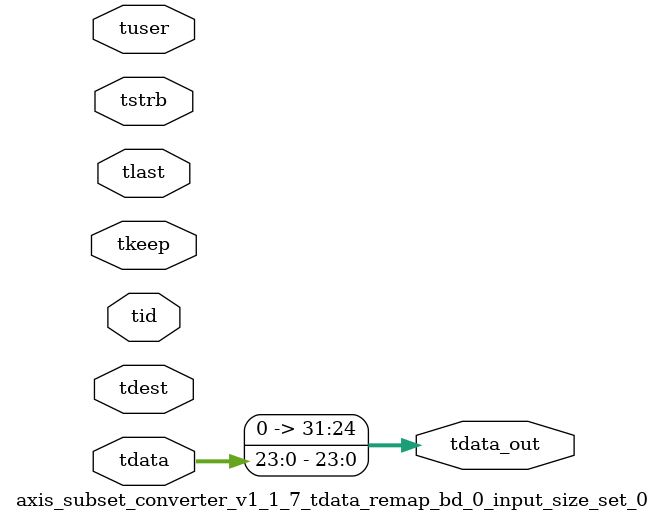
<source format=v>


`timescale 1ps/1ps

module axis_subset_converter_v1_1_7_tdata_remap_bd_0_input_size_set_0 #
(
parameter C_S_AXIS_TDATA_WIDTH = 32,
parameter C_S_AXIS_TUSER_WIDTH = 0,
parameter C_S_AXIS_TID_WIDTH   = 0,
parameter C_S_AXIS_TDEST_WIDTH = 0,
parameter C_M_AXIS_TDATA_WIDTH = 32
)
(
input  [(C_S_AXIS_TDATA_WIDTH == 0 ? 1 : C_S_AXIS_TDATA_WIDTH)-1:0     ] tdata,
input  [(C_S_AXIS_TUSER_WIDTH == 0 ? 1 : C_S_AXIS_TUSER_WIDTH)-1:0     ] tuser,
input  [(C_S_AXIS_TID_WIDTH   == 0 ? 1 : C_S_AXIS_TID_WIDTH)-1:0       ] tid,
input  [(C_S_AXIS_TDEST_WIDTH == 0 ? 1 : C_S_AXIS_TDEST_WIDTH)-1:0     ] tdest,
input  [(C_S_AXIS_TDATA_WIDTH/8)-1:0 ] tkeep,
input  [(C_S_AXIS_TDATA_WIDTH/8)-1:0 ] tstrb,
input                                                                    tlast,
output [C_M_AXIS_TDATA_WIDTH-1:0] tdata_out
);

assign tdata_out = {tdata[23:0]};

endmodule


</source>
